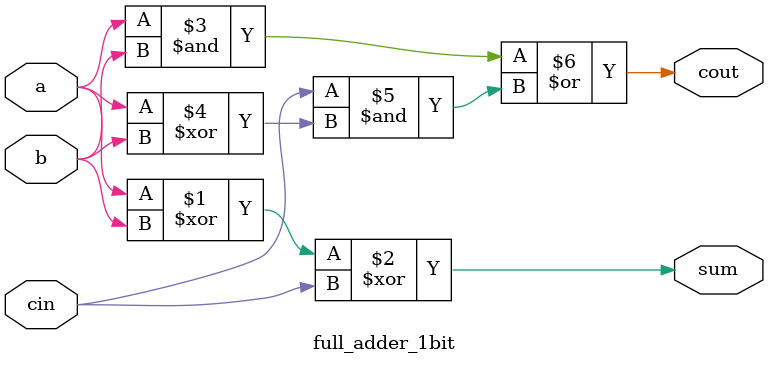
<source format=sv>
module split_add(
    input wire [7:0] m,
    input wire [7:0] n,
    output wire [8:0] total
);

    // Internal wires to connect the sub-module outputs to the top-level output
    wire [7:0] sum_result;
    wire carry_result;

    // Instantiate the 8-bit ripple carry adder sub-module
    ripple_carry_adder_8bit adder_inst (
        .data_a(m),          // Connect input m to adder's data_a
        .data_b(n),          // Connect input n to adder's data_b
        .sum_out(sum_result), // Connect adder's sum output
        .carry_out(carry_result) // Connect adder's carry-out
    );

    // Concatenate the carry-out and sum result to form the final 9-bit total
    assign total = {carry_result, sum_result};

endmodule

// 8-bit Ripple Carry Adder module
// Adds two 8-bit numbers (data_a, data_b) using 8 1-bit full adders
// Produces an 8-bit sum (sum_out) and a 1-bit carry-out (carry_out)
module ripple_carry_adder_8bit(
    input wire [7:0] data_a,
    input wire [7:0] data_b,
    output wire [7:0] sum_out,
    output wire carry_out
);

    // Internal wires for connecting carries between full adders
    // carry[i] is the carry-out from stage i (adding bits i), which becomes the carry-in for stage i+1
    wire [6:0] internal_carry;

    // Instantiate 8 1-bit full adders
    // Stage 0: Adds LSBs, no carry-in (implicitly 0)
    full_adder_1bit fa0 (
        .a(data_a[0]),
        .b(data_b[0]),
        .cin(1'b0),          // No carry-in for the least significant bit
        .sum(sum_out[0]),
        .cout(internal_carry[0])
    );

    // Stages 1 to 6: Add bits i, taking carry from stage i-1
    full_adder_1bit fa1 ( .a(data_a[1]), .b(data_b[1]), .cin(internal_carry[0]), .sum(sum_out[1]), .cout(internal_carry[1]) );
    full_adder_1bit fa2 ( .a(data_a[2]), .b(data_b[2]), .cin(internal_carry[1]), .sum(sum_out[2]), .cout(internal_carry[2]) );
    full_adder_1bit fa3 ( .a(data_a[3]), .b(data_b[3]), .cin(internal_carry[2]), .sum(sum_out[3]), .cout(internal_carry[3]) );
    full_adder_1bit fa4 ( .a(data_a[4]), .b(data_b[4]), .cin(internal_carry[3]), .sum(sum_out[4]), .cout(internal_carry[4]) );
    full_adder_1bit fa5 ( .a(data_a[5]), .b(data_b[5]), .cin(internal_carry[4]), .sum(sum_out[5]), .cout(internal_carry[5]) );
    full_adder_1bit fa6 ( .a(data_a[6]), .b(data_b[6]), .cin(internal_carry[5]), .sum(sum_out[6]), .cout(internal_carry[6]) );

    // Stage 7: Adds MSBs, taking carry from stage 6
    full_adder_1bit fa7 (
        .a(data_a[7]),
        .b(data_b[7]),
        .cin(internal_carry[6]),
        .sum(sum_out[7]),
        .cout(carry_out)     // Final carry-out
    );

endmodule

// 1-bit Full Adder module
// Adds three 1-bit inputs (a, b, cin) to produce a sum (sum) and a carry-out (cout)
module full_adder_1bit(
    input wire a,
    input wire b,
    input wire cin,
    output wire sum,
    output wire cout
);

    // Sum logic: XOR of all three inputs
    assign sum = a ^ b ^ cin;

    // Carry-out logic: Generate carry if a and b are high OR if cin is high and at least one of a/b is high
    assign cout = (a & b) | (cin & (a ^ b));

endmodule
</source>
